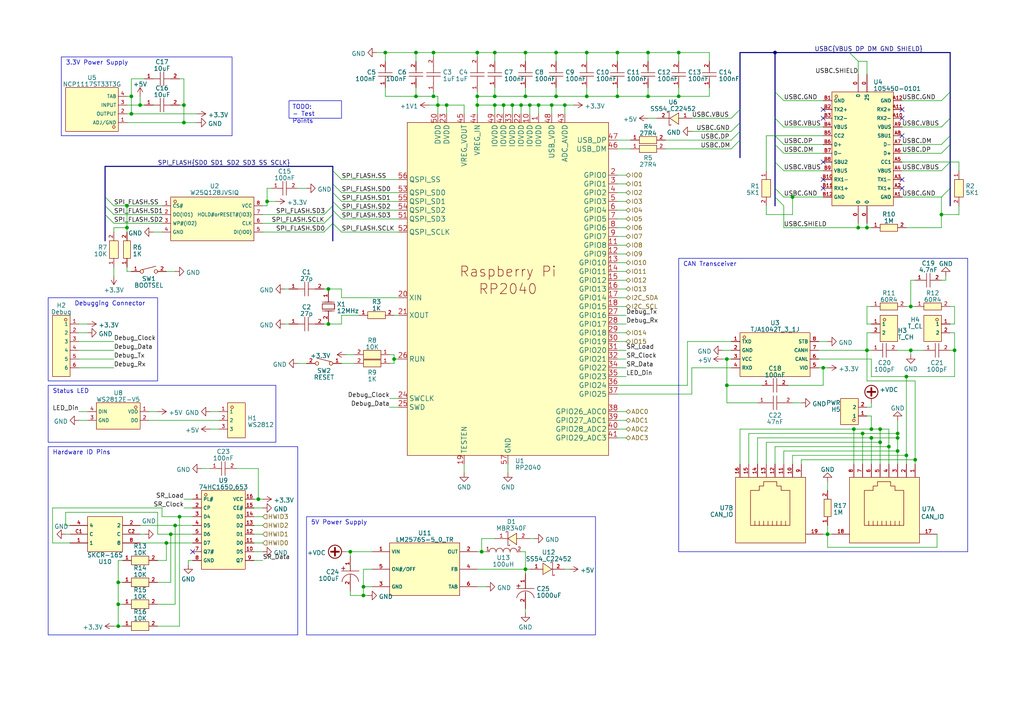
<source format=kicad_sch>
(kicad_sch (version 20230121) (generator eeschema)
  (paper "A4")
  (title_block (title "Pi RP2040 MCU") (date "2023-02-20") (rev "0") (company "DrinkRobotics") (comment 1 "https://git.xythobuz.de/thomas/Dispensy") (comment 3 "PCB Thickness: 1mm") (comment 4 "DRAFT DRAFT DRAFT DRAFT DRAFT"))
  (junction (at 129.54 30.48))
  (junction (at 139.7 160.02))
  (junction (at 125.73 15.24))
  (junction (at 152.4 27.94))
  (junction (at 179.07 15.24))
  (junction (at 52.07 149.86))
  (junction (at 170.18 15.24))
  (junction (at 53.34 30.48))
  (junction (at 105.41 170.18))
  (junction (at 38.1 33.02))
  (junction (at 276.86 101.6))
  (junction (at 179.07 27.94))
  (junction (at 114.3 104.14))
  (junction (at 105.41 172.72))
  (junction (at 77.47 58.42))
  (junction (at 260.35 130.81))
  (junction (at 38.1 27.94))
  (junction (at 40.64 30.48))
  (junction (at 255.27 124.46))
  (junction (at 125.73 27.94))
  (junction (at 248.92 66.04))
  (junction (at 146.05 30.48))
  (junction (at 262.89 132.08))
  (junction (at 138.43 30.48))
  (junction (at 250.19 125.73))
  (junction (at 151.13 30.48))
  (junction (at 252.73 127))
  (junction (at 187.96 27.94))
  (junction (at 101.6 160.02))
  (junction (at 163.83 30.48))
  (junction (at 251.46 101.6))
  (junction (at 160.02 30.48))
  (junction (at 247.65 124.46))
  (junction (at 252.73 124.46))
  (junction (at 34.29 181.61))
  (junction (at 74.93 144.78))
  (junction (at 251.46 66.04))
  (junction (at 187.96 15.24))
  (junction (at 161.29 15.24))
  (junction (at 143.51 30.48))
  (junction (at 170.18 27.94))
  (junction (at 264.16 88.9))
  (junction (at 143.51 27.94))
  (junction (at 156.21 30.48))
  (junction (at 273.05 62.23))
  (junction (at 53.34 35.56))
  (junction (at 36.83 59.69))
  (junction (at 238.76 106.68))
  (junction (at 48.26 157.48))
  (junction (at 196.85 15.24))
  (junction (at 265.43 133.35))
  (junction (at 264.16 101.6))
  (junction (at 262.89 109.22))
  (junction (at 196.85 27.94))
  (junction (at 161.29 27.94))
  (junction (at 95.25 83.82))
  (junction (at 95.25 93.98))
  (junction (at 138.43 27.94))
  (junction (at 152.4 165.1))
  (junction (at 50.8 152.4))
  (junction (at 111.76 15.24))
  (junction (at 152.4 15.24))
  (junction (at 34.29 168.91))
  (junction (at 36.83 66.04))
  (junction (at 210.82 111.76))
  (junction (at 224.79 15.24))
  (junction (at 260.35 125.73))
  (junction (at 240.03 154.94))
  (junction (at 255.27 128.27))
  (junction (at 49.53 154.94))
  (junction (at 257.81 129.54))
  (junction (at 143.51 15.24))
  (junction (at 153.67 30.48))
  (junction (at 127 30.48))
  (junction (at 210.82 104.14))
  (junction (at 120.65 15.24))
  (junction (at 229.87 57.15))
  (junction (at 138.43 15.24))
  (junction (at 260.35 127))
  (junction (at 148.59 30.48))
  (junction (at 34.29 175.26))
  (junction (at 120.65 27.94))
  (no_connect (at 238.76 46.99))
  (no_connect (at 238.76 54.61))
  (no_connect (at 238.76 31.75))
  (no_connect (at 55.88 160.02))
  (no_connect (at 261.62 52.07))
  (no_connect (at 238.76 34.29))
  (no_connect (at 261.62 31.75))
  (no_connect (at 261.62 34.29))
  (no_connect (at 261.62 54.61))
  (no_connect (at 238.76 52.07))
  (no_connect (at 261.62 39.37))
  (bus_entry (at 275.59 54.61) (size -2.54 2.54))
  (bus_entry (at 30.48 62.23) (size 2.54 2.54))
  (bus_entry (at 275.59 26.67) (size -2.54 2.54))
  (bus_entry (at 214.63 40.64) (size -2.54 2.54))
  (bus_entry (at 224.79 41.91) (size 2.54 2.54))
  (bus_entry (at 214.63 35.56) (size -2.54 2.54))
  (bus_entry (at 96.52 55.88) (size 2.54 2.54))
  (bus_entry (at 30.48 59.69) (size 2.54 2.54))
  (bus_entry (at 224.79 54.61) (size 2.54 2.54))
  (bus_entry (at 96.52 64.77) (size 2.54 2.54))
  (bus_entry (at 224.79 26.67) (size 2.54 2.54))
  (bus_entry (at 96.52 58.42) (size 2.54 2.54))
  (bus_entry (at 96.52 64.77) (size -2.54 2.54))
  (bus_entry (at 275.59 46.99) (size -2.54 2.54))
  (bus_entry (at 224.79 34.29) (size 2.54 2.54))
  (bus_entry (at 275.59 39.37) (size -2.54 2.54))
  (bus_entry (at 96.52 59.69) (size -2.54 2.54))
  (bus_entry (at 224.79 39.37) (size 2.54 2.54))
  (bus_entry (at 275.59 34.29) (size -2.54 2.54))
  (bus_entry (at 96.52 60.96) (size 2.54 2.54))
  (bus_entry (at 30.48 57.15) (size 2.54 2.54))
  (bus_entry (at 96.52 49.53) (size 2.54 2.54))
  (bus_entry (at 275.59 41.91) (size -2.54 2.54))
  (bus_entry (at 214.63 31.75) (size -2.54 2.54))
  (bus_entry (at 96.52 53.34) (size 2.54 2.54))
  (bus_entry (at 224.79 57.15) (size 2.54 2.54))
  (bus_entry (at 96.52 62.23) (size -2.54 2.54))
  (bus_entry (at 246.38 15.24) (size 2.54 2.54))
  (bus_entry (at 214.63 38.1) (size -2.54 2.54))
  (bus_entry (at 224.79 46.99) (size 2.54 2.54))
  (bus (pts (xy 96.52 64.77) (xy 96.52 69.85)))
  (wire (pts (xy 22.86 99.06) (xy 33.02 99.06)))
  (wire (pts (xy 36.83 30.48) (xy 40.64 30.48)))
  (wire (pts (xy 229.87 134.62) (xy 229.87 132.08)))
  (wire (pts (xy 99.06 67.31) (xy 115.57 67.31)))
  (wire (pts (xy 262.89 109.22) (xy 276.86 109.22)))
  (wire (pts (xy 114.3 91.44) (xy 115.57 91.44)))
  (wire (pts (xy 196.85 15.24) (xy 196.85 17.78)))
  (wire (pts (xy 227.33 130.81) (xy 260.35 130.81)))
  (wire (pts (xy 143.51 30.48) (xy 143.51 33.02)))
  (wire (pts (xy 25.4 121.92) (xy 22.86 121.92)))
  (wire (pts (xy 163.83 30.48) (xy 166.37 30.48)))
  (wire (pts (xy 22.86 104.14) (xy 33.02 104.14)))
  (wire (pts (xy 143.51 30.48) (xy 146.05 30.48)))
  (wire (pts (xy 278.13 62.23) (xy 273.05 62.23)))
  (wire (pts (xy 36.83 78.74) (xy 38.1 78.74)))
  (wire (pts (xy 45.72 148.59) (xy 45.72 154.94)))
  (wire (pts (xy 125.73 15.24) (xy 120.65 15.24)))
  (bus (pts (xy 214.63 15.24) (xy 214.63 31.75)))
  (wire (pts (xy 217.17 125.73) (xy 250.19 125.73)))
  (wire (pts (xy 252.73 109.22) (xy 262.89 109.22)))
  (wire (pts (xy 264.16 101.6) (xy 267.97 101.6)))
  (wire (pts (xy 40.64 30.48) (xy 41.91 30.48)))
  (wire (pts (xy 146.05 33.02) (xy 146.05 30.48)))
  (wire (pts (xy 227.33 36.83) (xy 238.76 36.83)))
  (wire (pts (xy 205.74 15.24) (xy 205.74 17.78)))
  (bus (pts (xy 275.59 15.24) (xy 275.59 26.67)))
  (wire (pts (xy 48.26 78.74) (xy 50.8 78.74)))
  (wire (pts (xy 179.07 53.34) (xy 181.61 53.34)))
  (wire (pts (xy 278.13 59.69) (xy 278.13 62.23)))
  (wire (pts (xy 220.98 111.76) (xy 210.82 111.76)))
  (wire (pts (xy 19.05 152.4) (xy 19.05 148.59)))
  (wire (pts (xy 15.24 157.48) (xy 15.24 147.32)))
  (wire (pts (xy 95.25 83.82) (xy 99.06 83.82)))
  (wire (pts (xy 143.51 27.94) (xy 152.4 27.94)))
  (wire (pts (xy 101.6 172.72) (xy 105.41 172.72)))
  (wire (pts (xy 179.07 93.98) (xy 181.61 93.98)))
  (wire (pts (xy 161.29 15.24) (xy 161.29 17.78)))
  (wire (pts (xy 40.64 152.4) (xy 50.8 152.4)))
  (wire (pts (xy 43.18 121.92) (xy 63.5 121.92)))
  (wire (pts (xy 101.6 160.02) (xy 101.6 161.29)))
  (wire (pts (xy 200.66 114.3) (xy 200.66 106.68)))
  (wire (pts (xy 227.33 29.21) (xy 238.76 29.21)))
  (bus (pts (xy 224.79 15.24) (xy 214.63 15.24)))
  (wire (pts (xy 151.13 30.48) (xy 153.67 30.48)))
  (wire (pts (xy 99.06 63.5) (xy 115.57 63.5)))
  (wire (pts (xy 248.92 64.77) (xy 248.92 66.04)))
  (wire (pts (xy 22.86 96.52) (xy 25.4 96.52)))
  (wire (pts (xy 127 33.02) (xy 127 30.48)))
  (bus (pts (xy 96.52 59.69) (xy 96.52 60.96)))
  (wire (pts (xy 222.25 134.62) (xy 222.25 128.27)))
  (wire (pts (xy 227.33 59.69) (xy 227.33 66.04)))
  (bus (pts (xy 96.52 53.34) (xy 96.52 55.88)))
  (wire (pts (xy 196.85 27.94) (xy 205.74 27.94)))
  (wire (pts (xy 179.07 101.6) (xy 181.61 101.6)))
  (wire (pts (xy 179.07 27.94) (xy 187.96 27.94)))
  (wire (pts (xy 179.07 86.36) (xy 181.61 86.36)))
  (bus (pts (xy 96.52 48.26) (xy 30.48 48.26)))
  (wire (pts (xy 127 27.94) (xy 127 30.48)))
  (wire (pts (xy 210.82 111.76) (xy 210.82 104.14)))
  (wire (pts (xy 265.43 133.35) (xy 265.43 134.62)))
  (wire (pts (xy 41.91 22.86) (xy 38.1 22.86)))
  (wire (pts (xy 101.6 160.02) (xy 107.95 160.02)))
  (bus (pts (xy 96.52 49.53) (xy 96.52 53.34)))
  (wire (pts (xy 78.74 54.61) (xy 77.47 54.61)))
  (wire (pts (xy 260.35 125.73) (xy 260.35 127)))
  (wire (pts (xy 222.25 49.53) (xy 222.25 39.37)))
  (wire (pts (xy 179.07 68.58) (xy 181.61 68.58)))
  (wire (pts (xy 179.07 124.46) (xy 181.61 124.46)))
  (bus (pts (xy 275.59 46.99) (xy 275.59 54.61)))
  (wire (pts (xy 179.07 15.24) (xy 179.07 17.78)))
  (wire (pts (xy 252.73 96.52) (xy 251.46 96.52)))
  (wire (pts (xy 187.96 27.94) (xy 196.85 27.94)))
  (wire (pts (xy 219.71 134.62) (xy 219.71 127)))
  (bus (pts (xy 224.79 15.24) (xy 246.38 15.24)))
  (wire (pts (xy 179.07 63.5) (xy 181.61 63.5)))
  (wire (pts (xy 152.4 25.4) (xy 152.4 27.94)))
  (wire (pts (xy 257.81 129.54) (xy 257.81 124.46)))
  (wire (pts (xy 134.62 30.48) (xy 129.54 30.48)))
  (wire (pts (xy 34.29 175.26) (xy 34.29 181.61)))
  (wire (pts (xy 222.25 128.27) (xy 255.27 128.27)))
  (wire (pts (xy 73.66 157.48) (xy 76.2 157.48)))
  (wire (pts (xy 199.39 99.06) (xy 212.09 99.06)))
  (wire (pts (xy 227.33 49.53) (xy 238.76 49.53)))
  (wire (pts (xy 73.66 147.32) (xy 76.2 147.32)))
  (wire (pts (xy 179.07 127) (xy 181.61 127)))
  (wire (pts (xy 50.8 152.4) (xy 55.88 152.4)))
  (wire (pts (xy 19.05 154.94) (xy 20.32 154.94)))
  (wire (pts (xy 261.62 29.21) (xy 273.05 29.21)))
  (wire (pts (xy 229.87 116.84) (xy 232.41 116.84)))
  (wire (pts (xy 34.29 162.56) (xy 34.29 168.91)))
  (wire (pts (xy 179.07 25.4) (xy 179.07 27.94)))
  (wire (pts (xy 111.76 27.94) (xy 120.65 27.94)))
  (wire (pts (xy 227.33 57.15) (xy 229.87 57.15)))
  (bus (pts (xy 30.48 62.23) (xy 30.48 69.85)))
  (wire (pts (xy 148.59 30.48) (xy 151.13 30.48)))
  (bus (pts (xy 224.79 54.61) (xy 224.79 46.99)))
  (wire (pts (xy 224.79 39.37) (xy 238.76 39.37)))
  (wire (pts (xy 222.25 59.69) (xy 222.25 62.23)))
  (wire (pts (xy 99.06 60.96) (xy 115.57 60.96)))
  (wire (pts (xy 48.26 157.48) (xy 55.88 157.48)))
  (wire (pts (xy 53.34 144.78) (xy 55.88 144.78)))
  (bus (pts (xy 275.59 54.61) (xy 275.59 59.69)))
  (wire (pts (xy 210.82 116.84) (xy 210.82 111.76)))
  (wire (pts (xy 152.4 27.94) (xy 161.29 27.94)))
  (wire (pts (xy 261.62 36.83) (xy 273.05 36.83)))
  (wire (pts (xy 271.78 154.94) (xy 271.78 158.75)))
  (wire (pts (xy 247.65 124.46) (xy 247.65 134.62)))
  (wire (pts (xy 33.02 64.77) (xy 46.99 64.77)))
  (wire (pts (xy 152.4 165.1) (xy 152.4 166.37)))
  (wire (pts (xy 36.83 59.69) (xy 46.99 59.69)))
  (wire (pts (xy 35.56 181.61) (xy 34.29 181.61)))
  (wire (pts (xy 33.02 62.23) (xy 46.99 62.23)))
  (wire (pts (xy 68.58 135.89) (xy 74.93 135.89)))
  (wire (pts (xy 260.35 121.92) (xy 260.35 125.73)))
  (wire (pts (xy 238.76 154.94) (xy 240.03 154.94)))
  (wire (pts (xy 53.34 35.56) (xy 57.15 35.56)))
  (wire (pts (xy 240.03 154.94) (xy 241.3 154.94)))
  (wire (pts (xy 261.62 44.45) (xy 273.05 44.45)))
  (wire (pts (xy 77.47 58.42) (xy 77.47 59.69)))
  (wire (pts (xy 252.73 104.14) (xy 252.73 109.22)))
  (wire (pts (xy 273.05 66.04) (xy 273.05 62.23)))
  (wire (pts (xy 113.03 102.87) (xy 114.3 102.87)))
  (wire (pts (xy 187.96 15.24) (xy 187.96 17.78)))
  (wire (pts (xy 36.83 59.69) (xy 36.83 66.04)))
  (bus (pts (xy 275.59 26.67) (xy 275.59 34.29)))
  (wire (pts (xy 251.46 101.6) (xy 251.46 110.49)))
  (wire (pts (xy 153.67 30.48) (xy 153.67 33.02)))
  (wire (pts (xy 193.04 40.64) (xy 212.09 40.64)))
  (wire (pts (xy 209.55 104.14) (xy 210.82 104.14)))
  (wire (pts (xy 113.03 118.11) (xy 115.57 118.11)))
  (wire (pts (xy 271.78 158.75) (xy 240.03 158.75)))
  (bus (pts (xy 214.63 40.64) (xy 214.63 45.72)))
  (wire (pts (xy 196.85 25.4) (xy 196.85 27.94)))
  (wire (pts (xy 200.66 106.68) (xy 212.09 106.68)))
  (wire (pts (xy 170.18 25.4) (xy 170.18 27.94)))
  (bus (pts (xy 30.48 59.69) (xy 30.48 62.23)))
  (bus (pts (xy 275.59 34.29) (xy 275.59 39.37)))
  (bus (pts (xy 224.79 46.99) (xy 224.79 41.91)))
  (wire (pts (xy 276.86 96.52) (xy 276.86 101.6)))
  (wire (pts (xy 170.18 27.94) (xy 179.07 27.94)))
  (wire (pts (xy 275.59 101.6) (xy 276.86 101.6)))
  (wire (pts (xy 36.83 77.47) (xy 36.83 78.74)))
  (wire (pts (xy 222.25 62.23) (xy 229.87 62.23)))
  (wire (pts (xy 33.02 77.47) (xy 33.02 80.01)))
  (wire (pts (xy 46.99 149.86) (xy 52.07 149.86)))
  (wire (pts (xy 34.29 168.91) (xy 35.56 168.91)))
  (wire (pts (xy 77.47 54.61) (xy 77.47 58.42)))
  (wire (pts (xy 148.59 30.48) (xy 148.59 33.02)))
  (wire (pts (xy 105.41 165.1) (xy 105.41 170.18)))
  (wire (pts (xy 134.62 134.62) (xy 134.62 137.16)))
  (wire (pts (xy 163.83 165.1) (xy 165.1 165.1)))
  (wire (pts (xy 45.72 181.61) (xy 52.07 181.61)))
  (wire (pts (xy 152.4 15.24) (xy 152.4 17.78)))
  (wire (pts (xy 113.03 105.41) (xy 114.3 105.41)))
  (wire (pts (xy 273.05 62.23) (xy 273.05 57.15)))
  (wire (pts (xy 48.26 162.56) (xy 48.26 157.48)))
  (wire (pts (xy 238.76 111.76) (xy 238.76 106.68)))
  (wire (pts (xy 45.72 119.38) (xy 43.18 119.38)))
  (wire (pts (xy 22.86 93.98) (xy 25.4 93.98)))
  (wire (pts (xy 114.3 104.14) (xy 115.57 104.14)))
  (wire (pts (xy 53.34 30.48) (xy 53.34 35.56)))
  (wire (pts (xy 251.46 66.04) (xy 252.73 66.04)))
  (wire (pts (xy 179.07 60.96) (xy 181.61 60.96)))
  (wire (pts (xy 161.29 27.94) (xy 170.18 27.94)))
  (wire (pts (xy 127 30.48) (xy 129.54 30.48)))
  (wire (pts (xy 22.86 101.6) (xy 33.02 101.6)))
  (wire (pts (xy 99.06 58.42) (xy 115.57 58.42)))
  (wire (pts (xy 252.73 127) (xy 260.35 127)))
  (wire (pts (xy 170.18 15.24) (xy 170.18 17.78)))
  (wire (pts (xy 88.9 105.41) (xy 86.36 105.41)))
  (wire (pts (xy 170.18 15.24) (xy 179.07 15.24)))
  (wire (pts (xy 111.76 17.78) (xy 111.76 15.24)))
  (wire (pts (xy 251.46 21.59) (xy 251.46 17.78)))
  (wire (pts (xy 179.07 71.12) (xy 181.61 71.12)))
  (wire (pts (xy 237.49 99.06) (xy 240.03 99.06)))
  (wire (pts (xy 250.19 125.73) (xy 250.19 134.62)))
  (wire (pts (xy 77.47 58.42) (xy 80.01 58.42)))
  (wire (pts (xy 260.35 130.81) (xy 260.35 134.62)))
  (wire (pts (xy 275.59 96.52) (xy 276.86 96.52)))
  (wire (pts (xy 60.96 124.46) (xy 63.5 124.46)))
  (wire (pts (xy 257.81 129.54) (xy 257.81 134.62)))
  (wire (pts (xy 238.76 106.68) (xy 240.03 106.68)))
  (wire (pts (xy 224.79 134.62) (xy 224.79 129.54)))
  (wire (pts (xy 76.2 67.31) (xy 93.98 67.31)))
  (wire (pts (xy 179.07 73.66) (xy 181.61 73.66)))
  (wire (pts (xy 193.04 43.18) (xy 212.09 43.18)))
  (wire (pts (xy 138.43 30.48) (xy 143.51 30.48)))
  (wire (pts (xy 125.73 15.24) (xy 138.43 15.24)))
  (wire (pts (xy 187.96 25.4) (xy 187.96 27.94)))
  (wire (pts (xy 214.63 134.62) (xy 214.63 124.46)))
  (bus (pts (xy 96.52 48.26) (xy 96.52 49.53)))
  (wire (pts (xy 251.46 120.65) (xy 252.73 120.65)))
  (wire (pts (xy 156.21 30.48) (xy 160.02 30.48)))
  (wire (pts (xy 138.43 33.02) (xy 138.43 30.48)))
  (wire (pts (xy 260.35 101.6) (xy 264.16 101.6)))
  (wire (pts (xy 40.64 157.48) (xy 48.26 157.48)))
  (wire (pts (xy 179.07 43.18) (xy 182.88 43.18)))
  (wire (pts (xy 74.93 135.89) (xy 74.93 144.78)))
  (wire (pts (xy 100.33 160.02) (xy 101.6 160.02)))
  (wire (pts (xy 138.43 160.02) (xy 139.7 160.02)))
  (bus (pts (xy 224.79 41.91) (xy 224.79 39.37)))
  (wire (pts (xy 35.56 162.56) (xy 34.29 162.56)))
  (wire (pts (xy 251.46 101.6) (xy 252.73 101.6)))
  (wire (pts (xy 76.2 64.77) (xy 93.98 64.77)))
  (wire (pts (xy 260.35 127) (xy 260.35 130.81)))
  (wire (pts (xy 237.49 104.14) (xy 252.73 104.14)))
  (wire (pts (xy 187.96 34.29) (xy 190.5 34.29)))
  (wire (pts (xy 251.46 88.9) (xy 251.46 93.98)))
  (wire (pts (xy 161.29 25.4) (xy 161.29 27.94)))
  (wire (pts (xy 73.66 144.78) (xy 74.93 144.78)))
  (wire (pts (xy 179.07 15.24) (xy 187.96 15.24)))
  (wire (pts (xy 251.46 96.52) (xy 251.46 101.6)))
  (wire (pts (xy 45.72 154.94) (xy 49.53 154.94)))
  (bus (pts (xy 96.52 60.96) (xy 96.52 62.23)))
  (wire (pts (xy 219.71 116.84) (xy 210.82 116.84)))
  (wire (pts (xy 179.07 76.2) (xy 181.61 76.2)))
  (wire (pts (xy 99.06 91.44) (xy 104.14 91.44)))
  (wire (pts (xy 219.71 127) (xy 252.73 127)))
  (bus (pts (xy 224.79 57.15) (xy 224.79 54.61)))
  (wire (pts (xy 196.85 15.24) (xy 205.74 15.24)))
  (wire (pts (xy 199.39 111.76) (xy 199.39 99.06)))
  (bus (pts (xy 214.63 31.75) (xy 214.63 35.56)))
  (wire (pts (xy 200.66 38.1) (xy 212.09 38.1)))
  (wire (pts (xy 255.27 128.27) (xy 255.27 134.62)))
  (wire (pts (xy 139.7 156.21) (xy 139.7 160.02)))
  (wire (pts (xy 124.46 30.48) (xy 127 30.48)))
  (wire (pts (xy 52.07 181.61) (xy 52.07 149.86)))
  (wire (pts (xy 93.98 93.98) (xy 95.25 93.98)))
  (wire (pts (xy 138.43 26.67) (xy 138.43 27.94)))
  (wire (pts (xy 261.62 49.53) (xy 273.05 49.53)))
  (wire (pts (xy 163.83 33.02) (xy 163.83 30.48)))
  (wire (pts (xy 138.43 15.24) (xy 143.51 15.24)))
  (wire (pts (xy 52.07 149.86) (xy 55.88 149.86)))
  (wire (pts (xy 99.06 55.88) (xy 115.57 55.88)))
  (wire (pts (xy 179.07 40.64) (xy 182.88 40.64)))
  (wire (pts (xy 151.13 30.48) (xy 151.13 33.02)))
  (wire (pts (xy 76.2 62.23) (xy 93.98 62.23)))
  (wire (pts (xy 276.86 93.98) (xy 275.59 93.98)))
  (wire (pts (xy 53.34 22.86) (xy 53.34 30.48)))
  (wire (pts (xy 99.06 93.98) (xy 99.06 91.44)))
  (wire (pts (xy 209.55 101.6) (xy 212.09 101.6)))
  (wire (pts (xy 247.65 124.46) (xy 252.73 124.46)))
  (wire (pts (xy 33.02 181.61) (xy 34.29 181.61)))
  (wire (pts (xy 210.82 104.14) (xy 212.09 104.14)))
  (wire (pts (xy 237.49 106.68) (xy 238.76 106.68)))
  (wire (pts (xy 252.73 118.11) (xy 252.73 116.84)))
  (wire (pts (xy 49.53 168.91) (xy 49.53 154.94)))
  (wire (pts (xy 99.06 83.82) (xy 99.06 86.36)))
  (wire (pts (xy 274.32 81.28) (xy 274.32 80.01)))
  (wire (pts (xy 264.16 81.28) (xy 264.16 88.9)))
  (wire (pts (xy 54.61 162.56) (xy 54.61 163.83)))
  (wire (pts (xy 265.43 110.49) (xy 265.43 133.35)))
  (wire (pts (xy 105.41 170.18) (xy 105.41 172.72)))
  (wire (pts (xy 120.65 25.4) (xy 120.65 27.94)))
  (wire (pts (xy 93.98 83.82) (xy 95.25 83.82)))
  (wire (pts (xy 73.66 149.86) (xy 76.2 149.86)))
  (wire (pts (xy 179.07 121.92) (xy 181.61 121.92)))
  (wire (pts (xy 60.96 119.38) (xy 63.5 119.38)))
  (wire (pts (xy 227.33 44.45) (xy 238.76 44.45)))
  (wire (pts (xy 179.07 50.8) (xy 181.61 50.8)))
  (wire (pts (xy 248.92 66.04) (xy 251.46 66.04)))
  (wire (pts (xy 179.07 91.44) (xy 181.61 91.44)))
  (wire (pts (xy 40.64 27.94) (xy 40.64 30.48)))
  (wire (pts (xy 275.59 88.9) (xy 276.86 88.9)))
  (wire (pts (xy 22.86 119.38) (xy 25.4 119.38)))
  (wire (pts (xy 161.29 15.24) (xy 170.18 15.24)))
  (wire (pts (xy 40.64 154.94) (xy 41.91 154.94)))
  (wire (pts (xy 46.99 147.32) (xy 46.99 149.86)))
  (wire (pts (xy 179.07 83.82) (xy 181.61 83.82)))
  (wire (pts (xy 45.72 175.26) (xy 50.8 175.26)))
  (wire (pts (xy 138.43 27.94) (xy 143.51 27.94)))
  (wire (pts (xy 240.03 158.75) (xy 240.03 154.94)))
  (wire (pts (xy 251.46 110.49) (xy 265.43 110.49)))
  (wire (pts (xy 152.4 165.1) (xy 153.67 165.1)))
  (wire (pts (xy 179.07 81.28) (xy 181.61 81.28)))
  (wire (pts (xy 95.25 93.98) (xy 99.06 93.98)))
  (wire (pts (xy 237.49 101.6) (xy 251.46 101.6)))
  (wire (pts (xy 147.32 134.62) (xy 147.32 137.16)))
  (wire (pts (xy 109.22 15.24) (xy 111.76 15.24)))
  (wire (pts (xy 222.25 39.37) (xy 224.79 39.37)))
  (bus (pts (xy 246.38 15.24) (xy 275.59 15.24)))
  (wire (pts (xy 73.66 162.56) (xy 76.2 162.56)))
  (wire (pts (xy 251.46 93.98) (xy 252.73 93.98)))
  (wire (pts (xy 278.13 49.53) (xy 278.13 46.99)))
  (wire (pts (xy 152.4 165.1) (xy 152.4 160.02)))
  (wire (pts (xy 44.45 67.31) (xy 46.99 67.31)))
  (wire (pts (xy 153.67 30.48) (xy 156.21 30.48)))
  (wire (pts (xy 53.34 147.32) (xy 55.88 147.32)))
  (wire (pts (xy 152.4 15.24) (xy 161.29 15.24)))
  (wire (pts (xy 179.07 96.52) (xy 181.61 96.52)))
  (wire (pts (xy 19.05 148.59) (xy 45.72 148.59)))
  (bus (pts (xy 214.63 35.56) (xy 214.63 38.1)))
  (bus (pts (xy 96.52 58.42) (xy 96.52 59.69)))
  (wire (pts (xy 232.41 133.35) (xy 265.43 133.35)))
  (wire (pts (xy 111.76 15.24) (xy 120.65 15.24)))
  (wire (pts (xy 55.88 162.56) (xy 54.61 162.56)))
  (wire (pts (xy 187.96 15.24) (xy 196.85 15.24)))
  (wire (pts (xy 229.87 62.23) (xy 229.87 57.15)))
  (wire (pts (xy 82.55 83.82) (xy 83.82 83.82)))
  (wire (pts (xy 38.1 27.94) (xy 36.83 27.94)))
  (wire (pts (xy 125.73 16.51) (xy 125.73 15.24)))
  (wire (pts (xy 160.02 30.48) (xy 160.02 33.02)))
  (bus (pts (xy 30.48 48.26) (xy 30.48 57.15)))
  (wire (pts (xy 248.92 17.78) (xy 251.46 17.78)))
  (wire (pts (xy 143.51 15.24) (xy 143.51 17.78)))
  (wire (pts (xy 276.86 88.9) (xy 276.86 93.98)))
  (wire (pts (xy 143.51 156.21) (xy 139.7 156.21)))
  (wire (pts (xy 252.73 127) (xy 252.73 134.62)))
  (wire (pts (xy 49.53 154.94) (xy 55.88 154.94)))
  (bus (pts (xy 224.79 59.69) (xy 224.79 57.15)))
  (wire (pts (xy 227.33 41.91) (xy 238.76 41.91)))
  (wire (pts (xy 179.07 66.04) (xy 181.61 66.04)))
  (wire (pts (xy 232.41 134.62) (xy 232.41 133.35)))
  (wire (pts (xy 153.67 156.21) (xy 154.94 156.21)))
  (bus (pts (xy 275.59 41.91) (xy 275.59 46.99)))
  (wire (pts (xy 36.83 35.56) (xy 53.34 35.56)))
  (wire (pts (xy 114.3 105.41) (xy 114.3 104.14)))
  (wire (pts (xy 240.03 152.4) (xy 240.03 154.94)))
  (wire (pts (xy 105.41 170.18) (xy 107.95 170.18)))
  (wire (pts (xy 15.24 147.32) (xy 46.99 147.32)))
  (wire (pts (xy 228.6 111.76) (xy 238.76 111.76)))
  (wire (pts (xy 52.07 30.48) (xy 53.34 30.48)))
  (wire (pts (xy 160.02 30.48) (xy 163.83 30.48)))
  (wire (pts (xy 125.73 27.94) (xy 125.73 26.67)))
  (wire (pts (xy 73.66 160.02) (xy 76.2 160.02)))
  (wire (pts (xy 113.03 115.57) (xy 115.57 115.57)))
  (wire (pts (xy 36.83 66.04) (xy 36.83 67.31)))
  (wire (pts (xy 262.89 109.22) (xy 262.89 132.08)))
  (wire (pts (xy 261.62 57.15) (xy 273.05 57.15)))
  (wire (pts (xy 33.02 67.31) (xy 33.02 66.04)))
  (wire (pts (xy 114.3 102.87) (xy 114.3 104.14)))
  (bus (pts (xy 275.59 39.37) (xy 275.59 41.91)))
  (wire (pts (xy 36.83 33.02) (xy 38.1 33.02)))
  (wire (pts (xy 255.27 124.46) (xy 255.27 128.27)))
  (wire (pts (xy 265.43 81.28) (xy 264.16 81.28)))
  (bus (pts (xy 30.48 57.15) (xy 30.48 59.69)))
  (wire (pts (xy 261.62 41.91) (xy 273.05 41.91)))
  (wire (pts (xy 86.36 54.61) (xy 88.9 54.61)))
  (wire (pts (xy 52.07 22.86) (xy 53.34 22.86)))
  (wire (pts (xy 179.07 111.76) (xy 199.39 111.76)))
  (wire (pts (xy 152.4 160.02) (xy 151.13 160.02)))
  (wire (pts (xy 261.62 46.99) (xy 275.59 46.99)))
  (bus (pts (xy 224.79 15.24) (xy 224.79 26.67)))
  (bus (pts (xy 96.52 55.88) (xy 96.52 58.42)))
  (wire (pts (xy 129.54 30.48) (xy 129.54 33.02)))
  (wire (pts (xy 252.73 124.46) (xy 255.27 124.46)))
  (wire (pts (xy 251.46 64.77) (xy 251.46 66.04)))
  (wire (pts (xy 156.21 30.48) (xy 156.21 33.02)))
  (wire (pts (xy 34.29 175.26) (xy 34.29 168.91)))
  (wire (pts (xy 262.89 88.9) (xy 264.16 88.9)))
  (wire (pts (xy 73.66 154.94) (xy 76.2 154.94)))
  (wire (pts (xy 134.62 33.02) (xy 134.62 30.48)))
  (wire (pts (xy 143.51 15.24) (xy 152.4 15.24)))
  (wire (pts (xy 74.93 144.78) (xy 76.2 144.78)))
  (wire (pts (xy 179.07 58.42) (xy 181.61 58.42)))
  (wire (pts (xy 76.2 59.69) (xy 77.47 59.69)))
  (wire (pts (xy 251.46 118.11) (xy 252.73 118.11)))
  (wire (pts (xy 240.03 139.7) (xy 240.03 142.24)))
  (wire (pts (xy 99.06 86.36) (xy 115.57 86.36)))
  (wire (pts (xy 227.33 134.62) (xy 227.33 130.81)))
  (wire (pts (xy 45.72 168.91) (xy 49.53 168.91)))
  (wire (pts (xy 105.41 172.72) (xy 106.68 172.72)))
  (wire (pts (xy 138.43 165.1) (xy 152.4 165.1)))
  (wire (pts (xy 179.07 106.68) (xy 181.61 106.68)))
  (wire (pts (xy 138.43 16.51) (xy 138.43 15.24)))
  (wire (pts (xy 120.65 27.94) (xy 125.73 27.94)))
  (wire (pts (xy 58.42 135.89) (xy 60.96 135.89)))
  (wire (pts (xy 179.07 114.3) (xy 200.66 114.3)))
  (wire (pts (xy 200.66 34.29) (xy 212.09 34.29)))
  (wire (pts (xy 255.27 124.46) (xy 257.81 124.46)))
  (wire (pts (xy 179.07 104.14) (xy 181.61 104.14)))
  (wire (pts (xy 120.65 15.24) (xy 120.65 17.78)))
  (wire (pts (xy 248.92 17.78) (xy 248.92 21.59)))
  (wire (pts (xy 101.6 171.45) (xy 101.6 172.72)))
  (bus (pts (xy 224.79 39.37) (xy 224.79 34.29)))
  (wire (pts (xy 20.32 152.4) (xy 19.05 152.4)))
  (wire (pts (xy 50.8 175.26) (xy 50.8 152.4)))
  (wire (pts (xy 146.05 30.48) (xy 148.59 30.48)))
  (bus (pts (xy 224.79 34.29) (xy 224.79 26.67)))
  (wire (pts (xy 229.87 132.08) (xy 262.89 132.08)))
  (wire (pts (xy 214.63 124.46) (xy 247.65 124.46)))
  (wire (pts (xy 73.66 152.4) (xy 76.2 152.4)))
  (wire (pts (xy 262.89 132.08) (xy 262.89 134.62)))
  (wire (pts (xy 179.07 55.88) (xy 181.61 55.88)))
  (wire (pts (xy 102.87 105.41) (xy 99.06 105.41)))
  (wire (pts (xy 125.73 27.94) (xy 127 27.94)))
  (wire (pts (xy 264.16 88.9) (xy 265.43 88.9)))
  (wire (pts (xy 179.07 109.22) (xy 181.61 109.22)))
  (wire (pts (xy 20.32 157.48) (xy 15.24 157.48)))
  (wire (pts (xy 99.06 52.07) (xy 115.57 52.07)))
  (wire (pts (xy 250.19 125.73) (xy 260.35 125.73)))
  (wire (pts (xy 33.02 59.69) (xy 36.83 59.69)))
  (wire (pts (xy 229.87 57.15) (xy 238.76 57.15)))
  (wire (pts (xy 38.1 33.02) (xy 57.15 33.02)))
  (wire (pts (xy 35.56 175.26) (xy 34.29 175.26)))
  (bus (pts (xy 96.52 62.23) (xy 96.52 64.77)))
  (wire (pts (xy 224.79 129.54) (xy 257.81 129.54)))
  (wire (pts (xy 252.73 120.65) (xy 252.73 124.46)))
  (wire (pts (xy 273.05 81.28) (xy 274.32 81.28)))
  (bus (pts (xy 214.63 38.1) (xy 214.63 40.64)))
  (wire (pts (xy 275.59 46.99) (xy 278.13 46.99)))
  (wire (pts (xy 276.86 109.22) (xy 276.86 101.6)))
  (wire (pts (xy 100.33 102.87) (xy 102.87 102.87)))
  (wire (pts (xy 82.55 93.98) (xy 83.82 93.98)))
  (wire (pts (xy 22.86 106.68) (xy 33.02 106.68)))
  (wire (pts (xy 179.07 99.06) (xy 181.61 99.06)))
  (wire (pts (xy 205.74 27.94) (xy 205.74 25.4)))
  (wire (pts (xy 38.1 33.02) (xy 38.1 27.94)))
  (wire (pts (xy 262.89 66.04) (xy 273.05 66.04)))
  (wire (pts (xy 227.33 66.04) (xy 248.92 66.04)))
  (wire (pts (xy 111.76 25.4) (xy 111.76 27.94)))
  (wire (pts (xy 264.16 101.6) (xy 264.16 102.87)))
  (wire (pts (xy 38.1 22.86) (xy 38.1 27.94)))
  (wire (pts (xy 152.4 176.53) (xy 152.4 177.8)))
  (wire (pts (xy 179.07 78.74) (xy 181.61 78.74)))
  (wire (pts (xy 138.43 27.94) (xy 138.43 30.48)))
  (wire (pts (xy 143.51 25.4) (xy 143.51 27.94)))
  (wire (pts (xy 107.95 165.1) (xy 105.41 165.1)))
  (wire (pts (xy 179.07 119.38) (xy 181.61 119.38)))
  (wire (pts (xy 179.07 88.9) (xy 181.61 88.9)))
  (wire (pts (xy 33.02 66.04) (xy 36.83 66.04)))
  (wire (pts (xy 252.73 88.9) (xy 251.46 88.9)))
  (wire (pts (xy 45.72 162.56) (xy 48.26 162.56)))
  (wire (pts (xy 217.17 134.62) (xy 217.17 125.73)))
  (wire (pts (xy 139.7 160.02) (xy 140.97 160.02)))
  (wire (pts (xy 138.43 170.18) (xy 140.97 170.18)))
  (rectangle (start 13.97 111.76) (end 80.01 128.27))
  (rectangle (start 13.97 129.54) (end 86.36 184.15))
  (rectangle (start 13.97 86.36) (end 45.72 110.49))
  (rectangle (start 196.85 74.93) (end 280.67 160.02))
  (rectangle (start 88.9 149.86) (end 172.72 184.15))
  (rectangle (start 17.78 16.51) (end 67.31 39.37))
  (text_box "TODO:\n- Test Points" (at 83.82 29.21 0) (size 15.24 5.08) (effects (font (size 1.27 1.27)) (justify left top)))
  (text "5V Power Supply" (at 90.17 152.4 0) (effects (font (size 1.27 1.27)) (justify left bottom)))
  (text "Hardware ID Pins" (at 15.24 132.08 0) (effects (font (size 1.27 1.27)) (justify left bottom)))
  (text "Debugging Connector" (at 21.59 88.9 0) (effects (font (size 1.27 1.27)) (justify left bottom)))
  (text "CAN Transceiver" (at 198.12 77.47 0) (effects (font (size 1.27 1.27)) (justify left bottom)))
  (text "Status LED" (at 15.24 114.3 0) (effects (font (size 1.27 1.27)) (justify left bottom)))
  (text "3.3V Power Supply" (at 19.05 19.05 0) (effects (font (size 1.27 1.27)) (justify left bottom)))
  (label "SPI_FLASH.SD3" (at 99.06 63.5 0))
  (label "SR_Clock" (at 53.34 147.32 180))
  (label "USBC.VBUS" (at 261.62 49.53 0))
  (label "SPI_FLASH.SD2" (at 33.02 64.77 0))
  (label "Debug_Tx" (at 181.61 91.44 0))
  (label "USBC.GND" (at 261.62 57.15 0))
  (label "SPI_FLASH.SS" (at 99.06 52.07 0))
  (label "USBC{VBUS DP DM GND SHIELD}" (at 236.22 15.24 0))
  (label "Debug_Tx" (at 33.02 104.14 0))
  (label "SPI_FLASH.SCLK" (at 99.06 67.31 0))
  (label "SPI_FLASH.SD0" (at 99.06 55.88 0))
  (label "USBC.DP" (at 227.33 41.91 0))
  (label "USBC.GND" (at 227.33 29.21 0))
  (label "Debug_Clock" (at 33.02 99.06 0))
  (label "SPI_FLASH{SD0 SD1 SD2 SD3 SS SCLK}" (at 45.72 48.26 0))
  (label "Debug_Data" (at 33.02 101.6 0))
  (label "SPI_FLASH.SD1" (at 33.02 62.23 0))
  (label "SPI_FLASH.SCLK" (at 78.74 64.77 0))
  (label "USBC.SHIELD" (at 227.33 66.04 0))
  (label "SPI_FLASH.SS" (at 33.02 59.69 0))
  (label "LED_Din" (at 22.86 119.38 180))
  (label "USBC.GND" (at 261.62 29.21 0))
  (label "SPI_FLASH.SD3" (at 80.01 62.23 0))
  (label "USBC.DP" (at 203.2 40.64 0))
  (label "USBC.DM" (at 203.2 43.18 0))
  (label "USBC.VBUS" (at 200.66 34.29 0))
  (label "USBC.VBUS" (at 227.33 36.83 0))
  (label "Debug_Rx" (at 33.02 106.68 0))
  (label "USBC.GND" (at 227.33 57.15 0))
  (label "SR_Load" (at 53.34 144.78 180))
  (label "USBC.GND" (at 201.93 38.1 0))
  (label "Debug_Data" (at 113.03 118.11 180))
  (label "USBC.VBUS" (at 261.62 36.83 0))
  (label "SR_Data" (at 76.2 162.56 0))
  (label "SR_Load" (at 181.61 101.6 0))
  (label "LED_Din" (at 181.61 109.22 0))
  (label "SPI_FLASH.SD2" (at 99.06 60.96 0))
  (label "USBC.DM" (at 261.62 41.91 0))
  (label "USBC.VBUS" (at 227.33 49.53 0))
  (label "Debug_Clock" (at 113.03 115.57 180))
  (label "USBC.DP" (at 261.62 44.45 0))
  (label "SPI_FLASH.SD0" (at 80.01 67.31 0))
  (label "USBC.DM" (at 227.33 44.45 0))
  (label "SR_Data" (at 181.61 106.68 0))
  (label "USBC.SHIELD" (at 248.92 21.59 180))
  (label "SR_Clock" (at 181.61 104.14 0))
  (label "SPI_FLASH.SD1" (at 99.06 58.42 0))
  (label "Debug_Rx" (at 181.61 93.98 0))
  (hierarchical_label "IO8" (shape bidirectional) (at 181.61 71.12 0))
  (hierarchical_label "ADC1" (shape bidirectional) (at 181.61 121.92 0))
  (hierarchical_label "IO4" (shape bidirectional) (at 181.61 60.96 0))
  (hierarchical_label "IO5" (shape bidirectional) (at 181.61 63.5 0))
  (hierarchical_label "ADC2" (shape bidirectional) (at 181.61 124.46 0))
  (hierarchical_label "IO3" (shape bidirectional) (at 181.61 58.42 0))
  (hierarchical_label "IO2" (shape bidirectional) (at 181.61 55.88 0))
  (hierarchical_label "IO0" (shape bidirectional) (at 181.61 50.8 0))
  (hierarchical_label "IO15" (shape bidirectional) (at 181.61 99.06 0))
  (hierarchical_label "ADC3" (shape bidirectional) (at 181.61 127 0))
  (hierarchical_label "HWID0" (shape input) (at 76.2 157.48 0))
  (hierarchical_label "ADC0" (shape bidirectional) (at 181.61 119.38 0))
  (hierarchical_label "IO12" (shape bidirectional) (at 181.61 81.28 0))
  (hierarchical_label "IO6" (shape bidirectional) (at 181.61 66.04 0))
  (hierarchical_label "IO7" (shape bidirectional) (at 181.61 68.58 0))
  (hierarchical_label "I2C_SDA" (shape bidirectional) (at 181.61 86.36 0))
  (hierarchical_label "IO13" (shape bidirectional) (at 181.61 83.82 0))
  (hierarchical_label "IO10" (shape bidirectional) (at 181.61 76.2 0))
  (hierarchical_label "IO14" (shape bidirectional) (at 181.61 96.52 0))
  (hierarchical_label "IO1" (shape bidirectional) (at 181.61 53.34 0))
  (hierarchical_label "IO11" (shape bidirectional) (at 181.61 78.74 0))
  (hierarchical_label "HWID2" (shape input) (at 76.2 152.4 0))
  (hierarchical_label "I2C_SCL" (shape bidirectional) (at 181.61 88.9 0))
  (hierarchical_label "IO9" (shape bidirectional) (at 181.61 73.66 0))
  (hierarchical_label "HWID3" (shape input) (at 76.2 149.86 0))
  (hierarchical_label "HWID1" (shape input) (at 76.2 154.94 0))
  (symbol (lib_id "power:GND") (at 264.16 102.87 0) (unit 1)
    (property "Reference" "#PWR030" (effects hide))
    (property "Value" "GND" (at 264.16 107.0055 0))
  )
  (symbol (lib_id "power:GND") (at 54.61 163.83 0) (unit 1)
    (property "Reference" "#PWR038" (effects hide))
    (property "Value" "GND" (at 54.61 167.9655 0))
  )
  (symbol (lib_id "jlc:C0402C0G270G500NTB") (at 88.9 83.82 0) (unit 1)
    (property "Reference" "C1" (at 88.9 78.9051 0))
    (property "Value" "27p" (at 88.9 80.8261 0))
    (property "Footprint" "jlc_footprints:C0402" (effects hide))
    (property "Datasheet" "https://item.szlcsc.com/15869.html" (effects hide))
    (property "LCSC" "C140675" (effects hide))
    (property "Capacitance" "27pF" (effects hide))
  )
  (symbol (lib_id "power:GND") (at 57.15 35.56 90) (unit 1)
    (property "Reference" "#PWR018" (effects hide))
    (property "Value" "GND" (at 60.325 35.8768 90) (effects (justify right)))
  )
  (symbol (lib_id "power:+3.3V") (at 100.33 102.87 90) (unit 1)
    (property "Reference" "#PWR021" (effects hide))
    (property "Value" "+3.3V" (at 95.885 103.1868 90) (effects (justify left)))
  )
  (symbol (lib_id "jlc:GCM155R71H473KE02J") (at 224.79 116.84 0) (unit 1)
    (property "Reference" "C22" (at 224.79 120.4675 0))
    (property "Value" "47nF" (at 224.79 122.3885 0))
    (property "Footprint" "jlc_footprints:C0402" (effects hide))
    (property "Datasheet" "https://item.szlcsc.com/15869.html" (effects hide))
    (property "LCSC" "C697422" (effects hide))
    (property "Capacitance" "47nF" (effects hide))
  )
  (symbol (lib_id "power:+5V") (at 209.55 104.14 90) (unit 1)
    (property "Reference" "#PWR023" (effects hide))
    (property "Value" "+5V" (at 206.3751 104.4568 90) (effects (justify left)))
  )
  (symbol (lib_id "jlc:VZH101M1K1010-TRO") (at 101.6 166.37 0) (unit 1)
    (property "Reference" "C24" (at 98.4251 165.8843 0) (effects (justify right)))
    (property "Value" "100uF" (at 98.4251 167.8053 0) (effects (justify right)))
    (property "Footprint" "jlc_footprints:CAP-SMD_BD10.0-L10.3-W10.3-FD" (effects hide))
    (property "Datasheet" "https://item.szlcsc.com/245683.html" (effects hide))
    (property "LCSC" "C249838" (effects hide))
    (property "Capacitance" "100uF" (effects hide))
  )
  (symbol (lib_id "jlc:WR04X27R4FTL") (at 187.96 40.64 0) (unit 1)
    (property "Reference" "R4" (at 187.96 36.7411 0))
    (property "Value" "27R4" (at 187.96 38.6621 0))
    (property "Footprint" "jlc_footprints:R0402" (effects hide))
    (property "Datasheet" "https://item.szlcsc.com/323315.html" (effects hide))
    (property "LCSC" "C172043" (effects hide))
    (property "Resistance" "27.4Ω" (effects hide))
  )
  (symbol (lib_id "jlc:CC0402KRX7R8BB104") (at 143.51 21.59 90) (unit 1)
    (property "Reference" "C7" (at 146.177 20.9463 90) (effects (justify right)))
    (property "Value" "100nF" (at 146.177 22.8673 90) (effects (justify right)))
    (property "Footprint" "jlc_footprints:C0402" (effects hide))
    (property "Datasheet" "https://item.szlcsc.com/15869.html" (effects hide))
    (property "LCSC" "C105883" (effects hide))
    (property "Capacitance" "100nF" (effects hide))
  )
  (symbol (lib_id "jlc:CR-02FL6---10K") (at 40.64 162.56 0) (unit 1)
    (property "Reference" "R13" (at 40.64 158.4071 0))
    (property "Value" "10K" (at 40.64 160.3281 0))
    (property "Footprint" "jlc_footprints:R0402" (effects hide))
    (property "Datasheet" "https://item.szlcsc.com/323315.html" (effects hide))
    (property "LCSC" "C406733" (effects hide))
    (property "Resistance" "10kΩ" (effects hide))
  )
  (symbol (lib_id "power:GND") (at 76.2 160.02 90) (unit 1)
    (property "Reference" "#PWR039" (effects hide))
    (property "Value" "GND" (at 79.375 160.3368 90) (effects (justify right)))
  )
  (symbol (lib_id "jlc:CR-02FL6---10K") (at 40.64 175.26 0) (unit 1)
    (property "Reference" "R15" (at 40.64 171.1071 0))
    (property "Value" "10K" (at 40.64 173.0281 0))
    (property "Footprint" "jlc_footprints:R0402" (effects hide))
    (property "Datasheet" "https://item.szlcsc.com/323315.html" (effects hide))
    (property "LCSC" "C406733" (effects hide))
    (property "Resistance" "10kΩ" (effects hide))
  )
  (symbol (lib_id "jlc:CC0402KRX7R8BB104") (at 196.85 21.59 90) (unit 1)
    (property "Reference" "C13" (at 199.517 20.9463 90) (effects (justify right)))
    (property "Value" "100nF" (at 199.517 22.8673 90) (effects (justify right)))
    (property "Footprint" "jlc_footprints:C0402" (effects hide))
    (property "Datasheet" "https://item.szlcsc.com/15869.html" (effects hide))
    (property "LCSC" "C105883" (effects hide))
    (property "Capacitance" "100nF" (effects hide))
  )
  (symbol (lib_id "jlc:SS54_C22452") (at 195.58 34.29 0) (unit 1)
    (property "Reference" "U6" (at 195.199 29.6291 0))
    (property "Value" "SS54_C22452" (at 195.199 31.5501 0))
    (property "Footprint" "jlc_footprints:SMA_L4.4-W2.8-LS5.4-R-RD" (effects hide))
    (property "Datasheet" "https://item.szlcsc.com/310096.html" (effects hide))
    (property "LCSC" "C22452" (effects hide))
  )
  (symbol (lib_id "jlc:W25Q128JVSIQ") (at 60.96 63.5 0) (unit 1)
    (property "Reference" "U2" (at 62.23 53.959 0))
    (property "Value" "W25Q128JVSIQ" (at 62.23 55.88 0))
    (property "Footprint" "jlc_footprints:SOIC-8_L5.3-W5.3-P1.27-LS8.0-BL" (effects hide))
    (property "Datasheet" "https://item.szlcsc.com/63461.html" (effects hide))
    (property "LCSC" "C113767" (effects hide))
  )
  (symbol (lib_id "jlc:AC1206FR-0760R4L") (at 270.51 88.9 0) (unit 1)
    (property "Reference" "R12" (at 270.51 85.0011 0))
    (property "Value" "60R4" (at 270.51 86.9221 0))
    (property "Footprint" "jlc_footprints:R1206" (effects hide))
    (property "Datasheet" "https://item.szlcsc.com/311874.html" (effects hide))
    (property "LCSC" "C144481" (effects hide))
    (property "Resistance" "60.4Ω" (effects hide))
  )
  (symbol (lib_id "power:GND") (at 82.55 83.82 270) (unit 1)
    (property "Reference" "#PWR06" (effects hide))
    (property "Value" "GND" (at 79.3751 84.1368 90) (effects (justify right)))
  )
  (symbol (lib_id "jlc:22025403P00CKMT") (at 67.31 121.92 0) (unit 1)
    (property "Reference" "H1" (at 71.755 121.2763 0) (effects (justify left)))
    (property "Value" "WS2812" (at 71.755 123.1973 0) (effects (justify left)))
    (property "Footprint" "jlc_footprints:HDR-TH_3P-P2.54-V-F" (effects hide))
    (property "Datasheet" "https://item.szlcsc.com/562471.html" (effects hide))
    (property "LCSC" "C146690" (effects hide))
  )
  (symbol (lib_id "power:GND") (at 88.9 54.61 90) (unit 1)
    (property "Reference" "#PWR012" (effects hide))
    (property "Value" "GND" (at 92.075 54.9268 90) (effects (justify right)))
  )
  (symbol (lib_id "jlc:Header-Female-2_54_1x6") (at 17.78 100.33 0) (mirror y) (unit 1)
    (property "Reference" "H2" (at 17.78 88.5571 0))
    (property "Value" "Debug" (at 17.78 90.4781 0))
    (property "Footprint" "jlc_footprints:HDR-TH_6P-P2.54-V-F" (effects hide))
    (property "Datasheet" "https://so.szlcsc.com/global.html?c=&k=C40877" (effects hide))
    (property "LCSC" "C40877" (effects hide))
  )
  (symbol (lib_id "jlc:YSPI1050-101M") (at 146.05 160.02 0) (unit 1)
    (property "Reference" "U13" (at 145.9917 161.7524 0))
    (property "Value" "100uH" (at 145.9917 163.6734 0))
    (property "Footprint" "jlc_footprints:IND-SMD_L11.5-W10.0_YSPI1050" (effects hide))
    (property "Datasheet" "https://item.szlcsc.com/509548.html" (effects hide))
    (property "LCSC" "C497903" (effects hide))
    (property "Inductance" "100uH" (effects hide))
  )
  (symbol (lib_id "jlc:MBR340F") (at 148.59 156.21 0) (unit 1)
    (property "Reference" "D1" (at 148.336 151.2951 0))
    (property "Value" "MBR340F" (at 148.336 153.2161 0))
    (property "Footprint" "jlc_footprints:SOD-123_L2.8-W1.8-LS3.7-RD" (effects hide))
    (property "Datasheet" "https://item.szlcsc.com/301422.html" (effects hide))
    (property "LCSC" "C475721" (effects hide))
  )
  (symbol (lib_id "jlc:CC0402KRX7R8BB104") (at 205.74 21.59 90) (unit 1)
    (property "Reference" "C14" (at 208.407 20.9463 90) (effects (justify right)))
    (property "Value" "100nF" (at 208.407 22.8673 90) (effects (justify right)))
    (property "Footprint" "jlc_footprints:C0402" (effects hide))
    (property "Datasheet" "https://item.szlcsc.com/15869.html" (effects hide))
    (property "LCSC" "C105883" (effects hide))
    (property "Capacitance" "100nF" (effects hide))
  )
  (symbol (lib_id "power:GND") (at 134.62 137.16 0) (unit 1)
    (property "Reference" "#PWR01" (effects hide))
    (property "Value" "GND" (at 134.62 141.2955 0))
  )
  (symbol (lib_id "power:+3.3V") (at 80.01 58.42 270) (unit 1)
    (property "Reference" "#PWR011" (effects hide))
    (property "Value" "+3.3V" (at 83.185 58.7368 90) (effects (justify left)))
  )
  (symbol (lib_id "power:GND") (at 76.2 147.32 90) (unit 1)
    (property "Reference" "#PWR040" (effects hide))
    (property "Value" "GND" (at 79.375 147.6368 90) (effects (justify right)))
  )
  (symbol (lib_id "jlc:0402X105K160") (at 138.43 21.59 90) (unit 1)
    (property "Reference" "C4" (at 135.7631 20.9463 90) (effects (justify left)))
    (property "Value" "1uF" (at 135.7631 22.8673 90) (effects (justify left)))
    (property "Footprint" "jlc_footprints:C0402" (effects hide))
    (property "Datasheet" "https://item.szlcsc.com/15869.html" (effects hide))
    (property "LCSC" "C83063" (effects hide))
    (property "Capacitance" "1uF" (effects hide))
  )
  (symbol (lib_id "jlc:CC0402JRNPO9BN101") (at 271.78 101.6 0) (unit 1)
    (property "Reference" "C21" (at 271.78 105.2275 0))
    (property "Value" "100pF" (at 271.78 107.1485 0))
    (property "Footprint" "jlc_footprints:C0402" (effects hide))
    (property "Datasheet" "https://item.szlcsc.com/15869.html" (effects hide))
    (property "LCSC" "C106200" (effects hide))
    (property "Capacitance" "100pF" (effects hide))
  )
  (symbol (lib_id "jlc:TCC0603X5R106M100CT") (at 46.99 22.86 270) (unit 1)
    (property "Reference" "C17" (at 46.99 17.9451 90))
    (property "Value" "10uF" (at 46.99 19.8661 90))
    (property "Footprint" "jlc_footprints:C0603" (effects hide))
    (property "Datasheet" "https://item.szlcsc.com/362304.html" (effects hide))
    (property "LCSC" "C380316" (effects hide))
    (property "Capacitance" "10uF" (effects hide))
  )
  (symbol (lib_id "power:+5V") (at 40.64 27.94 0) (unit 1)
    (property "Reference" "#PWR019" (effects hide))
    (property "Value" "+5V" (at 40.64 24.4381 0))
  )
  (symbol (lib_id "power:GND") (at 154.94 156.21 90) (unit 1)
    (property "Reference" "#PWR047" (effects hide))
    (property "Value" "GND" (at 158.115 156.5268 90) (effects (justify right)))
  )
  (symbol (lib_id "jlc:CR-02FL6---10K") (at 33.02 72.39 90) (unit 1)
    (property "Reference" "R7" (at 31.115 71.7463 90) (effects (justify left)))
    (property "Value" "10K" (at 31.115 73.6673 90) (effects (justify left)))
    (property "Footprint" "jlc_footprints:R0402" (effects hide))
    (property "Datasheet" "https://item.szlcsc.com/323315.html" (effects hide))
    (property "LCSC" "C406733" (effects hide))
    (property "Resistance" "10kΩ" (effects hide))
  )
  (symbol (lib_id "power:+5V") (at 187.96 34.29 90) (unit 1)
    (property "Reference" "#PWR08" (effects hide))
    (property "Value" "+5V" (at 184.7851 34.6068 90) (effects (justify left)))
  )
  (symbol (lib_id "jlc:0402B472K500CT") (at 269.24 81.28 0) (unit 1)
    (property "Reference" "C19" (at 269.24 76.3651 0))
    (property "Value" "4.7nF" (at 269.24 78.2861 0))
    (property "Footprint" "jlc_footprints:C0402" (effects hide))
    (property "Datasheet" "https://item.szlcsc.com/15869.html" (effects hide))
    (property "LCSC" "C237221" (effects hide))
    (property "Capacitance" "4.7nF" (effects hide))
  )
  (symbol (lib_id "power:+3.3V") (at 57.15 33.02 270) (unit 1)
    (property "Reference" "#PWR017" (effects hide))
    (property "Value" "+3.3V" (at 60.325 33.3368 90) (effects (justify left)))
  )
  (symbol (lib_id "jlc:CR-02FL6---5K1") (at 222.25 54.61 270) (unit 1)
    (property "Reference" "R1" (at 220.345 53.9663 90) (effects (justify right)))
    (property "Value" "5K1" (at 220.345 55.8873 90) (effects (justify right)))
    (property "Footprint" "jlc_footprints:R0402" (effects hide))
    (property "Datasheet" "https://item.szlcsc.com/323315.html" (effects hide))
    (property "LCSC" "C409700" (effects hide))
    (property "Resistance" "5.1kΩ" (effects hide))
  )
  (symbol (lib_id "power:+1V1") (at 124.46 30.48 90) (unit 1)
    (property "Reference" "#PWR03" (effects hide))
    (property "Value" "+1V1" (at 121.285 30.7968 90) (effects (justify left)))
  )
  (symbol (lib_id "jlc:WR04X27R4FTL") (at 187.96 43.18 0) (unit 1)
    (property "Reference" "R5" (at 187.96 45.7915 0))
    (property "Value" "27R4" (at 187.96 47.7125 0))
    (property "Footprint" "jlc_footprints:R0402" (effects hide))
    (property "Datasheet" "https://item.szlcsc.com/323315.html" (effects hide))
    (property "LCSC" "C172043" (effects hide))
    (property "Resistance" "27.4Ω" (effects hide))
  )
  (symbol (lib_id "jlc:CR-02FL6----1K") (at 109.22 91.44 0) (unit 1)
    (property "Reference" "R3" (at 109.22 87.5411 0))
    (property "Value" "1K" (at 109.22 89.4621 0))
    (property "Footprint" "jlc_footprints:R0402" (effects hide))
    (property "Datasheet" "https://item.szlcsc.com/323315.html" (effects hide))
    (property "LCSC" "C279981" (effects hide))
    (property "Resistance" "1kΩ" (effects hide))
  )
  (symbol (lib_id "power:GND") (at 44.45 67.31 270) (unit 1)
    (property "Reference" "#PWR010" (effects hide))
    (property "Value" "GND" (at 41.2751 67.6268 90) (effects (justify right)))
  )
  (symbol (lib_id "jlc:ABM3-12_000MHZ-D2Y-T") (at 95.25 88.9 270) (unit 1)
    (property "Reference" "X1" (at 97.663 88.2563 90) (effects (justify left)))
    (property "Value" "12MHz" (at 97.663 90.1773 90) (effects (justify left)))
    (property "Footprint" "jlc_footprints:OSC-SMD_2P-L5.0-W3.2" (effects hide))
    (property "Datasheet" "https://item.szlcsc.com/315173.html" (effects hide))
    (property "LCSC" "C148313" (effects hide))
    (property "Frequency" "12MHz" (effects hide))
  )
  (symbol (lib_id "jlc:DS1129-05-S80BP-X") (at 256.54 146.05 180) (unit 1)
    (property "Reference" "U7" (at 269.24 147.6455 0))
    (property "Value" "CAN_IO" (at 270.51 149.86 0))
    (property "Footprint" "jlc_footprints:RJ45-TH_DS1129-05-S80BP-X" (effects hide))
    (property "Datasheet" "https://item.szlcsc.com/87757.html" (effects hide))
    (property "LCSC" "C86580" (effects hide))
  )
  (symbol (lib_id "jlc:105450-0101") (at 250.19 43.18 0) (unit 1)
    (property "Reference" "U4" (at 253.2809 23.7871 0) (effects (justify left)))
    (property "Value" "105450-0101" (at 253.2809 25.7081 0) (effects (justify left)))
    (property "Footprint" "jlc_footprints:USB-C-SMD_TYPE-C-USB-18" (effects hide))
    (property "Datasheet" "https://item.szlcsc.com/145400.html" (effects hide))
    (property "LCSC" "C134092" (effects hide))
  )
  (symbol (lib_id "jlc:0402X105K160") (at 125.73 21.59 90) (unit 1)
    (property "Reference" "C3" (at 128.397 20.9463 90) (effects (justify right)))
    (property "Value" "1uF" (at 128.397 22.8673 90) (effects (justify right)))
    (property "Footprint" "jlc_footprints:C0402" (effects hide))
    (property "Datasheet" "https://item.szlcsc.com/15869.html" (effects hide))
    (property "LCSC" "C83063" (effects hide))
    (property "Capacitance" "1uF" (effects hide))
  )
  (symbol (lib_id "power:GND") (at 22.86 121.92 270) (mirror x) (unit 1)
    (property "Reference" "#PWR013" (effects hide))
    (property "Value" "GND" (at 19.685 122.2368 90) (effects (justify right)))
  )
  (symbol (lib_id "jlc:22-28-4020") (at 256.54 95.25 0) (unit 1)
    (property "Reference" "H3" (at 260.35 95.869 0) (effects (justify left)))
    (property "Value" "T_CH" (at 260.35 97.79 0) (effects (justify left)))
    (property "Footprint" "jlc_footprints:HDR-TH_2P-P2.54-V-M-1" (effects hide))
    (property "Datasheet" "https://item.szlcsc.com/366904.html" (effects hide))
    (property "LCSC" "C234182" (effects hide))
  )
  (symbol (lib_id "power:GND") (at 152.4 177.8 0) (unit 1)
    (property "Reference" "#PWR048" (effects hide))
    (property "Value" "GND" (at 152.4 181.9355 0))
  )
  (symbol (lib_id "jlc:NCP1117ST33T3G") (at 26.67 31.75 180) (unit 1)
    (property "Reference" "U5" (at 26.67 22.5171 0))
    (property "Value" "NCP1117ST33T3G" (at 26.67 24.4381 0))
    (property "Footprint" "jlc_footprints:SOT-223-3_L6.5-W3.4-P2.30-LS7.0-BR" (effects hide))
    (property "Datasheet" "https://item.szlcsc.com/410724.html" (effects hide))
    (property "LCSC" "C26537" (effects hide))
  )
  (symbol (lib_id "power:GND") (at 82.55 93.98 270) (unit 1)
    (property "Reference" "#PWR05" (effects hide))
    (property "Value" "GND" (at 79.3751 94.2968 90) (effects (justify right)))
  )
  (symbol (lib_id "power:+3.3V") (at 240.03 106.68 270) (unit 1)
    (property "Reference" "#PWR022" (effects hide))
    (property "Value" "+3.3V" (at 243.205 106.9968 90) (effects (justify left)))
  )
  (symbol (lib_id "jlc:CR-02FL6---10K") (at 107.95 102.87 0) (mirror y) (unit 1)
    (property "Reference" "R8" (at 107.95 98.7171 0))
    (property "Value" "10K" (at 107.95 100.6381 0))
    (property "Footprint" "jlc_footprints:R0402" (effects hide))
    (property "Datasheet" "https://item.szlcsc.com/323315.html" (effects hide))
    (property "LCSC" "C406733" (effects hide))
    (property "Resistance" "10kΩ" (effects hide))
  )
  (symbol (lib_id "power:+5V") (at 45.72 119.38 270) (mirror x) (unit 1)
    (property "Reference" "#PWR014" (effects hide))
    (property "Value" "+5V" (at 48.8949 119.6968 90) (effects (justify left)))
  )
  (symbol (lib_id "power:+VDC") (at 252.73 116.84 0) (unit 1)
    (property "Reference" "#PWR043" (effects hide))
    (property "Value" "+VDC" (at 257.81 113.03 0))
  )
  (symbol (lib_id "jlc:SS54_C22452") (at 158.75 165.1 180) (unit 1)
    (property "Reference" "U12" (at 159.131 160.1851 0))
    (property "Value" "SS54_C22452" (at 159.131 162.1061 0))
    (property "Footprint" "jlc_footprints:SMA_L4.4-W2.8-LS5.4-R-RD" (effects hide))
    (property "Datasheet" "https://item.szlcsc.com/310096.html" (effects hide))
    (property "LCSC" "C22452" (effects hide))
  )
  (symbol (lib_id "power:GND") (at 147.32 137.16 0) (unit 1)
    (property "Reference" "#PWR02" (effects hide))
    (property "Value" "GND" (at 147.32 141.2955 0))
  )
  (symbol (lib_id "power:GND") (at 41.91 154.94 90) (unit 1)
    (property "Reference" "#PWR034" (effects hide))
    (property "Value" "GND" (at 43.18 151.13 90))
  )
  (symbol (lib_id "power:GND") (at 25.4 96.52 90) (unit 1)
    (property "Reference" "#PWR027" (effects hide))
    (property "Value" "GND" (at 28.575 96.8368 90) (effects (justify right)))
  )
  (symbol (lib_id "jlc:TS-1092U-B3D2") (at 93.98 105.41 0) (mirror y) (unit 1)
    (property "Reference" "SW2" (at 93.98 107.5135 0))
    (property "Value" "RESET" (at 93.98 109.4345 0))
    (property "Footprint" "jlc_footprints:SW-SMD_L6.1-W3.6-LS6.6" (effects hide))
    (property "Datasheet" "https://item.szlcsc.com/537807.html" (effects hide))
    (property "LCSC" "C520861" (effects hide))
  )
  (symbol (lib_id "power:GND") (at 19.05 154.94 270) (unit 1)
    (property "Reference" "#PWR033" (effects hide))
    (property "Value" "GND" (at 17.78 152.7081 90))
  )
  (symbol (lib_id "jlc:C0402C0G270G500NTB") (at 88.9 93.98 0) (unit 1)
    (property "Reference" "C2" (at 88.9 89.0651 0))
    (property "Value" "27p" (at 88.9 90.9861 0))
    (property "Footprint" "jlc_footprints:C0402" (effects hide))
    (property "Datasheet" "https://item.szlcsc.com/15869.html" (effects hide))
    (property "LCSC" "C140675" (effects hide))
    (property "Capacitance" "27pF" (effects hide))
  )
  (symbol (lib_id "jlc:CC0402KRX7R8BB104") (at 170.18 21.59 90) (unit 1)
    (property "Reference" "C10" (at 172.847 20.9463 90) (effects (justify right)))
    (property "Value" "100nF" (at 172.847 22.8673 90) (effects (justify right)))
    (property "Footprint" "jlc_footprints:C0402" (effects hide))
    (property "Datasheet" "https://item.szlcsc.com/15869.html" (effects hide))
    (property "LCSC" "C105883" (effects hide))
    (property "Capacitance" "100nF" (effects hide))
  )
  (symbol (lib_id "jlc:WS2812E-V5") (at 33.02 121.92 0) (mirror y) (unit 1)
    (property "Reference" "U8" (at 34.29 113.9571 0))
    (property "Value" "WS2812E-V5" (at 34.29 115.8781 0))
    (property "Footprint" "jlc_footprints:LED-SMD_4P-L5.0-W5.0-LS5.4-TL-1" (effects hide))
    (property "Datasheet" "https://img.jlc.com/pdf/applyPasteComponent/2022-03-02/714375A/dfc24d31841c42bc8cca891b5175562b/TX1812CXA-5050%E5%86%85%E7%BD%AEIC%E8%A7%84%E6%A0%BC%E4%B9%A6.pdf" (effects hide))
    (property "LCSC" "C2920042" (effects hide))
  )
  (symbol (lib_id "jlc:TJA1042T_3_1J") (at 224.79 102.87 0) (unit 1)
    (property "Reference" "U3" (at 224.79 93.6371 0))
    (property "Value" "TJA1042T_3_1J" (at 224.79 95.5581 0))
    (property "Footprint" "jlc_footprints:SOIC-8_L5.0-W4.0-P1.27-LS6.0-BL" (effects hide))
    (property "Datasheet" "https://item.szlcsc.com/417287.html" (effects hide))
    (property "LCSC" "C132227" (effects hide))
  )
  (symbol (lib_id "jlc:CC0402KRX7R8BB104") (at 161.29 21.59 90) (unit 1)
    (property "Reference" "C9" (at 163.957 20.9463 90) (effects (justify right)))
    (property "Value" "100nF" (at 163.957 22.8673 90) (effects (justify right)))
    (property "Footprint" "jlc_footprints:C0402" (effects hide))
    (property "Datasheet" "https://item.szlcsc.com/15869.html" (effects hide))
    (property "LCSC" "C105883" (effects hide))
    (property "Capacitance" "100nF" (effects hide))
  )
  (symbol (lib_id "power:+VDC") (at 100.33 160.02 90) (unit 1)
    (property "Reference" "#PWR045" (effects hide))
    (property "Value" "+VDC" (at 94.488 160.3368 90) (effects (justify left)))
  )
  (symbol (lib_id "jlc:22-28-4020") (at 247.65 119.38 180) (unit 1)
    (property "Reference" "H5" (at 243.84 118.761 0) (effects (justify left)))
    (property "Value" "PWR" (at 243.84 116.84 0) (effects (justify left)))
    (property "Footprint" "jlc_footprints:HDR-TH_2P-P2.54-V-M-1" (effects hide))
    (property "Datasheet" "https://item.szlcsc.com/366904.html" (effects hide))
    (property "LCSC" "C234182" (effects hide))
  )
  (symbol (lib_id "jlc:TS-1092U-B3D2") (at 43.18 78.74 0) (unit 1)
    (property "Reference" "SW1" (at 43.18 80.8435 0))
    (property "Value" "BOOTSEL" (at 43.18 82.7645 0))
    (property "Footprint" "jlc_footprints:SW-SMD_L6.1-W3.6-LS6.6" (effects hide))
    (property "Datasheet" "https://item.szlcsc.com/537807.html" (effects hide))
    (property "LCSC" "C520861" (effects hide))
  )
  (symbol (lib_id "power:GND") (at 106.68 172.72 90) (unit 1)
    (property "Reference" "#PWR044" (effects hide))
    (property "Value" "GND" (at 109.855 173.0368 90) (effects (justify right)))
  )
  (symbol (lib_id "power:GND") (at 274.32 80.01 180) (unit 1)
    (property "Reference" "#PWR029" (effects hide))
    (property "Value" "GND" (at 274.32 76.5081 0))
  )
  (symbol (lib_id "jlc:VT1C102M1010") (at 152.4 171.45 270) (unit 1)
    (property "Reference" "C25" (at 155.575 170.7764 90) (effects (justify left)))
    (property "Value" "1000uF" (at 155.575 172.6974 90) (effects (justify left)))
    (property "Footprint" "jlc_footprints:CAP-SMD_BD10.0-L10.3-W10.3-LS11.3-FD" (effects hide))
    (property "Datasheet" "https://atta.szlcsc.com/upload/public/pdf/source/20170630/1498816639192.pdf" (effects hide))
    (property "LCSC" "C310843" (effects hide))
    (property "Capacitance" "1000uF" (effects hide))
  )
  (symbol (lib_id "power:+3.3V") (at 166.37 30.48 270) (unit 1)
    (property "Reference" "#PWR04" (effects hide))
    (property "Value" "+3.3V" (at 169.545 30.7968 90) (effects (justify left)))
  )
  (symbol (lib_id "jlc:CR-02FL6---5K1") (at 278.13 54.61 270) (unit 1)
    (property "Reference" "R2" (at 280.035 53.9663 90) (effects (justify left)))
    (property "Value" "5K1" (at 280.035 55.8873 90) (effects (justify left)))
    (property "Footprint" "jlc_footprints:R0402" (effects hide))
    (property "Datasheet" "https://item.szlcsc.com/323315.html" (effects hide))
    (property "LCSC" "C409700" (effects hide))
    (property "Resistance" "5.1kΩ" (effects hide))
  )
  (symbol (lib_id "jlc:AC0402FR-071ML") (at 257.81 66.04 0) (unit 1)
    (property "Reference" "R10" (at 257.81 62.1411 0))
    (property "Value" "1M" (at 257.81 64.0621 0))
    (property "Footprint" "jlc_footprints:R0402" (effects hide))
    (property "Datasheet" "https://item.szlcsc.com/323315.html" (effects hide))
    (property "LCSC" "C144787" (effects hide))
    (property "Resistance" "1MΩ" (effects hide))
  )
  (symbol (lib_id "jlc:CR-02FL6----1K") (at 107.95 105.41 0) (mirror y) (unit 1)
    (property "Reference" "R9" (at 107.95 108.0215 0))
    (property "Value" "1K" (at 107.95 109.9425 0))
    (property "Footprint" "jlc_footprints:R0402" (effects hide))
    (property "Datasheet" "https://item.szlcsc.com/323315.html" (effects hide))
    (property "LCSC" "C279981" (effects hide))
    (property "Resistance" "1kΩ" (effects hide))
  )
  (symbol (lib_id "power:GND") (at 86.36 105.41 270) (mirror x) (unit 1)
    (property "Reference" "#PWR020" (effects hide))
    (property "Value" "GND" (at 83.185 105.7268 90) (effects (justify right)))
  )
  (symbol (lib_id "jlc:CC0402JRNPO9BN101") (at 256.54 101.6 0) (unit 1)
    (property "Reference" "C20" (at 256.54 105.2275 0))
    (property "Value" "100pF" (at 256.54 107.1485 0))
    (property "Footprint" "jlc_footprints:C0402" (effects hide))
    (property "Datasheet" "https://item.szlcsc.com/15869.html" (effects hide))
    (property "LCSC" "C106200" (effects hide))
    (property "Capacitance" "100pF" (effects hide))
  )
  (symbol (lib_id "jlc:74HC165D,653") (at 64.77 153.67 0) (unit 1)
    (property "Reference" "U9" (at 64.77 139.3571 0))
    (property "Value" "74HC165D,653" (at 64.77 141.2781 0))
    (property "Footprint" "jlc_footprints:SOIC-16_L9.9-W3.9-P1.27-LS6.0-BL" (effects hide))
    (property "Datasheet" "http://datasheet.octopart.com/MC14076BDR2G-ON-Semiconductor-datasheet-608107.pdf" (effects hide))
    (property "LCSC" "C5613" (effects hide))
  )
  (symbol (lib_id "power:+3.3V") (at 76.2 144.78 270) (unit 1)
    (property "Reference" "#PWR036" (effects hide))
    (property "Value" "+3.3V" (at 79.375 145.0968 90) (effects (justify left)))
  )
  (symbol (lib_id "power:GND") (at 232.41 116.84 90) (unit 1)
    (property "Reference" "#PWR032" (effects hide))
    (property "Value" "GND" (at 235.585 117.1568 90) (effects (justify right)))
  )
  (symbol (lib_id "jlc:RP2040") (at 147.32 86.36 0) (unit 1)
    (property "Reference" "U1" (at 149.3775 133.6756 0) (effects (justify left)))
    (property "Value" "RP2040" (at 149.3775 135.5966 0) (effects (justify left)))
    (property "Footprint" "jlc_footprints:LQFN-56_L7.0-W7.0-P0.4-EP" (effects hide))
    (property "Datasheet" "https://atta.szlcsc.com/upload/public/pdf/source/20210621/C2040_96F425825606B7957D87DD32E2512CA9.pdf" (effects hide))
    (property "LCSC" "C2040" (effects hide))
  )
  (symbol (lib_id "power:GND") (at 260.35 121.92 180) (unit 1)
    (property "Reference" "#PWR042" (effects hide))
    (property "Value" "GND" (at 260.35 118.4181 0))
  )
  (symbol (lib_id "jlc:CC0402KRX7R8BB104") (at 111.76 21.59 90) (unit 1)
    (property "Reference" "C5" (at 109.0931 20.9463 90) (effects (justify left)))
    (property "Value" "100nF" (at 109.0931 22.8673 90) (effects (justify left)))
    (property "Footprint" "jlc_footprints:C0402" (effects hide))
    (property "Datasheet" "https://item.szlcsc.com/15869.html" (effects hide))
    (property "LCSC" "C105883" (effects hide))
    (property "Capacitance" "100nF" (effects hide))
  )
  (symbol (lib_id "jlc:CC0402KRX7R8BB104") (at 120.65 21.59 90) (unit 1)
    (property "Reference" "C6" (at 117.9831 20.9463 90) (effects (justify left)))
    (property "Value" "100nF" (at 117.9831 22.8673 90) (effects (justify left)))
    (property "Footprint" "jlc_footprints:C0402" (effects hide))
    (property "Datasheet" "https://item.szlcsc.com/15869.html" (effects hide))
    (property "LCSC" "C105883" (effects hide))
    (property "Capacitance" "100nF" (effects hide))
  )
  (symbol (lib_id "power:+3.3V") (at 33.02 181.61 90) (unit 1)
    (property "Reference" "#PWR035" (effects hide))
    (property "Value" "+3.3V" (at 29.845 181.9268 90) (effects (justify left)))
  )
  (symbol (lib_id "power:+5V") (at 165.1 165.1 270) (unit 1)
    (property "Reference" "#PWR046" (effects hide))
    (property "Value" "+5V" (at 168.275 165.4168 90) (effects (justify left)))
  )
  (symbol (lib_id "power:GND") (at 60.96 119.38 270) (unit 1)
    (property "Reference" "#PWR025" (effects hide))
    (property "Value" "GND" (at 57.7851 119.6968 90) (effects (justify right)))
  )
  (symbol (lib_id "power:GND") (at 240.03 139.7 180) (unit 1)
    (property "Reference" "#PWR041" (effects hide))
    (property "Value" "GND" (at 240.03 136.1981 0))
  )
  (symbol (lib_id "jlc:DS1129-05-S80BP-X") (at 223.52 146.05 180) (unit 2)
    (property "Reference" "U7" (at 212.725 147.3113 0) (effects (justify left)))
    (property "Value" "CAN_IO" (at 212.725 149.2323 0) (effects (justify left)))
    (property "Footprint" "jlc_footprints:RJ45-TH_DS1129-05-S80BP-X" (effects hide))
    (property "Datasheet" "https://item.szlcsc.com/87757.html" (effects hide))
    (property "LCSC" "C86580" (effects hide))
  )
  (symbol (lib_id "power:GND") (at 58.42 135.89 270) (unit 1)
    (property "Reference" "#PWR037" (effects hide))
    (property "Value" "GND" (at 55.2451 136.2068 90) (effects (justify right)))
  )
  (symbol (lib_id "power:+3.3V") (at 33.02 80.01 180) (unit 1)
    (property "Reference" "#PWR016" (effects hide))
    (property "Value" "+3.3V" (at 33.02 84.1455 0))
  )
  (symbol (lib_id "power:GND") (at 140.97 170.18 90) (unit 1)
    (property "Reference" "#PWR049" (effects hide))
    (property "Value" "GND" (at 144.145 170.4968 90) (effects (justify right)))
  )
  (symbol (lib_id "power:GND") (at 209.55 101.6 270) (unit 1)
    (property "Reference" "#PWR024" (effects hide))
    (property "Value" "GND" (at 206.3751 101.9168 90) (effects (justify right)))
  )
  (symbol (lib_id "power:GND") (at 240.03 99.06 90) (unit 1)
    (property "Reference" "#PWR031" (effects hide))
    (property "Value" "GND" (at 243.205 99.3768 90) (effects (justify right)))
  )
  (symbol (lib_id "jlc:CC0402KRX7R8BB104") (at 152.4 21.59 90) (unit 1)
    (property "Reference" "C8" (at 155.067 20.9463 90) (effects (justify right)))
    (property "Value" "100nF" (at 155.067 22.8673 90) (effects (justify right)))
    (property "Footprint" "jlc_footprints:C0402" (effects hide))
    (property "Datasheet" "https://item.szlcsc.com/15869.html" (effects hide))
    (property "LCSC" "C105883" (effects hide))
    (property "Capacitance" "100nF" (effects hide))
  )
  (symbol (lib_id "power:+3.3V") (at 25.4 93.98 270) (unit 1)
    (property "Reference" "#PWR028" (effects hide))
    (property "Value" "+3.3V" (at 28.575 94.2968 90) (effects (justify left)))
  )
  (symbol (lib_id "jlc:LM2576S-5_0_TR") (at 123.19 165.1 0) (unit 1)
    (property "Reference" "U11" (at 123.19 154.5971 0))
    (property "Value" "LM2576S-5_0_TR" (at 123.19 156.5181 0))
    (property "Footprint" "jlc_footprints:TO-263-5_L10.6-W9.6-P1.70-LS15.9-BR" (effects hide))
    (property "Datasheet" "https://item.szlcsc.com/139878.html" (effects hide))
    (property "LCSC" "C194472" (effects hide))
  )
  (symbol (lib_id "power:GND") (at 50.8 78.74 90) (unit 1)
    (property "Reference" "#PWR015" (effects hide))
    (property "Value" "GND" (at 53.975 79.0568 90) (effects (justify right)))
  )
  (symbol (lib_id "power:+5V") (at 60.96 124.46 90) (unit 1)
    (property "Reference" "#PWR026" (effects hide))
    (property "Value" "+5V" (at 57.7851 124.7768 90) (effects (justify left)))
  )
  (symbol (lib_id "jlc:CR-02FL6---10K") (at 40.64 181.61 0) (unit 1)
    (property "Reference" "R16" (at 40.64 177.4571 0))
    (property "Value" "10K" (at 40.64 179.3781 0))
    (property "Footprint" "jlc_footprints:R0402" (effects hide))
    (property "Datasheet" "https://item.szlcsc.com/323315.html" (effects hide))
    (property "LCSC" "C406733" (effects hide))
    (property "Resistance" "10kΩ" (effects hide))
  )
  (symbol (lib_id "jlc:CR-02FL6----1K") (at 36.83 72.39 90) (unit 1)
    (property "Reference" "R6" (at 38.481 71.7463 90) (effects (justify right)))
    (property "Value" "1K" (at 38.481 73.6673 90) (effects (justify right)))
    (property "Footprint" "jlc_footprints:R0402" (effects hide))
    (property "Datasheet" "https://item.szlcsc.com/323315.html" (effects hide))
    (property "LCSC" "C279981" (effects hide))
    (property "Resistance" "1kΩ" (effects hide))
  )
  (symbol (lib_id "jlc:CC0402KRX7R8BB104") (at 179.07 21.59 90) (unit 1)
    (property "Reference" "C11" (at 181.737 20.9463 90) (effects (justify right)))
    (property "Value" "100nF" (at 181.737 22.8673 90) (effects (justify right)))
    (property "Footprint" "jlc_footprints:C0402" (effects hide))
    (property "Datasheet" "https://item.szlcsc.com/15869.html" (effects hide))
    (property "LCSC" "C105883" (effects hide))
    (property "Capacitance" "100nF" (effects hide))
  )
  (symbol (lib_id "jlc:CR-02FL6---10K") (at 40.64 168.91 0) (unit 1)
    (property "Reference" "R14" (at 40.64 164.7571 0))
    (property "Value" "10K" (at 40.64 166.6781 0))
    (property "Footprint" "jlc_footprints:R0402" (effects hide))
    (property "Datasheet" "https://item.szlcsc.com/323315.html" (effects hide))
    (property "LCSC" "C406733" (effects hide))
    (property "Resistance" "10kΩ" (effects hide))
  )
  (symbol (lib_id "jlc:CC0402KRX7R8BB104") (at 82.55 54.61 0) (unit 1)
    (property "Reference" "C15" (at 82.55 49.6951 0))
    (property "Value" "100nF" (at 82.55 51.6161 0))
    (property "Footprint" "jlc_footprints:C0402" (effects hide))
    (property "Datasheet" "https://item.szlcsc.com/15869.html" (effects hide))
    (property "LCSC" "C105883" (effects hide))
    (property "Capacitance" "100nF" (effects hide))
  )
  (symbol (lib_id "jlc:CC0402KRX7R8BB104") (at 64.77 135.89 0) (unit 1)
    (property "Reference" "C23" (at 64.77 130.9751 0))
    (property "Value" "100nF" (at 64.77 132.8961 0))
    (property "Footprint" "jlc_footprints:C0402" (effects hide))
    (property "Datasheet" "https://item.szlcsc.com/15869.html" (effects hide))
    (property "LCSC" "C105883" (effects hide))
    (property "Capacitance" "100nF" (effects hide))
  )
  (symbol (lib_id "jlc:SKCR-16S") (at 30.48 154.94 90) (mirror x) (unit 1)
    (property "Reference" "U10" (at 30.48 162.9029 90))
    (property "Value" "SKCR-16S" (at 30.48 160.9819 90))
    (property "Footprint" "jlc_footprints:SW-SMD_SM_SKCR-16S" (effects hide))
    (property "Datasheet" "https://atta.szlcsc.com/upload/public/pdf/source/20211026/679E13553FED23E2814A72F3A8743E08.pdf" (effects hide))
    (property "LCSC" "C2909114" (effects hide))
  )
  (symbol (lib_id "power:GND") (at 200.66 38.1 270) (unit 1)
    (property "Reference" "#PWR09" (effects hide))
    (property "Value" "GND" (at 197.4851 38.4168 90) (effects (justify right)))
  )
  (symbol (lib_id "power:GND") (at 109.22 15.24 270) (unit 1)
    (property "Reference" "#PWR07" (effects hide))
    (property "Value" "GND" (at 106.0451 15.5568 90) (effects (justify right)))
  )
  (symbol (lib_id "jlc:AC1206FR-0760R4L") (at 257.81 88.9 0) (unit 1)
    (property "Reference" "R11" (at 257.81 85.0011 0))
    (property "Value" "60R4" (at 257.81 86.9221 0))
    (property "Footprint" "jlc_footprints:R1206" (effects hide))
    (property "Datasheet" "https://item.szlcsc.com/311874.html" (effects hide))
    (property "LCSC" "C144481" (effects hide))
    (property "Resistance" "60.4Ω" (effects hide))
  )
  (symbol (lib_id "jlc:CC0402KRX7R8BB104") (at 224.79 111.76 0) (unit 1)
    (property "Reference" "C18" (at 224.79 106.8451 0))
    (property "Value" "100nF" (at 224.79 108.7661 0))
    (property "Footprint" "jlc_footprints:C0402" (effects hide))
    (property "Datasheet" "https://item.szlcsc.com/15869.html" (effects hide))
    (property "LCSC" "C105883" (effects hide))
    (property "Capacitance" "100nF" (effects hide))
  )
  (symbol (lib_id "jlc:TCC0603X5R106M100CT") (at 46.99 30.48 270) (unit 1)
    (property "Reference" "C16" (at 46.99 25.5651 90))
    (property "Value" "10uF" (at 46.99 27.4861 90))
    (property "Footprint" "jlc_footprints:C0603" (effects hide))
    (property "Datasheet" "https://item.szlcsc.com/362304.html" (effects hide))
    (property "LCSC" "C380316" (effects hide))
    (property "Capacitance" "10uF" (effects hide))
  )
  (symbol (lib_id "jlc:22-28-4020") (at 271.78 95.25 0) (mirror y) (unit 1)
    (property "Reference" "H4" (at 265.43 92.71 0))
    (property "Value" "T_CL" (at 265.43 94.631 0))
    (property "Footprint" "jlc_footprints:HDR-TH_2P-P2.54-V-M-1" (effects hide))
    (property "Datasheet" "https://item.szlcsc.com/366904.html" (effects hide))
    (property "LCSC" "C234182" (effects hide))
  )
  (symbol (lib_id "jlc:AC0402FR-071ML") (at 240.03 147.32 90) (unit 1)
    (property "Reference" "R17" (at 241.681 146.6763 90) (effects (justify right)))
    (property "Value" "1M" (at 241.681 148.5973 90) (effects (justify right)))
    (property "Footprint" "jlc_footprints:R0402" (effects hide))
    (property "Datasheet" "https://item.szlcsc.com/323315.html" (effects hide))
    (property "LCSC" "C144787" (effects hide))
    (property "Resistance" "1MΩ" (effects hide))
  )
  (symbol (lib_id "jlc:CC0402KRX7R8BB104") (at 187.96 21.59 90) (unit 1)
    (property "Reference" "C12" (at 190.627 20.9463 90) (effects (justify right)))
    (property "Value" "100nF" (at 190.627 22.8673 90) (effects (justify right)))
    (property "Footprint" "jlc_footprints:C0402" (effects hide))
    (property "Datasheet" "https://item.szlcsc.com/15869.html" (effects hide))
    (property "LCSC" "C105883" (effects hide))
    (property "Capacitance" "100nF" (effects hide))
  )
)
</source>
